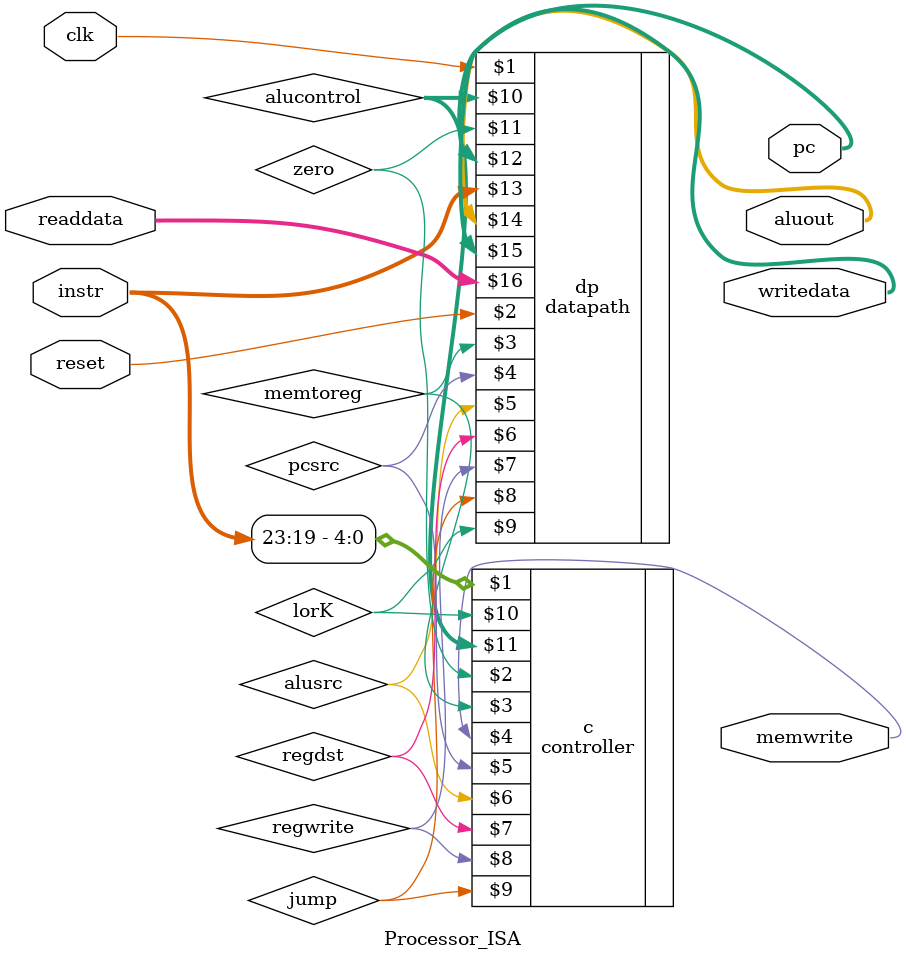
<source format=v>
module Processor_ISA(input  clk, reset,
            output  [31:0] pc,
            input  [31:0] instr,
            output  memwrite,
            output  [31:0] aluout, writedata,
            input  [31:0] readdata);

    wire memtoreg, alusrc, regdst,
                regwrite, jump,lorK, pcsrc, zero;

    wire [2:0] alucontrol;
    controller c(instr[23:19], zero,
                    memtoreg, memwrite, pcsrc,
                    alusrc, regdst, regwrite, jump,lorK,
                    alucontrol);
						  
    datapath dp(clk, reset, memtoreg, pcsrc,
                alusrc, regdst, regwrite, jump,lorK,
                alucontrol,
                zero, pc, instr,
                aluout, writedata, readdata);
					 
endmodule

</source>
